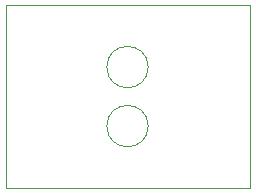
<source format=gbr>
%TF.GenerationSoftware,KiCad,Pcbnew,8.0.6-8.0.6-0~ubuntu22.04.1*%
%TF.CreationDate,2025-01-28T14:04:11+10:30*%
%TF.ProjectId,wetmate,7765746d-6174-4652-9e6b-696361645f70,rev?*%
%TF.SameCoordinates,Original*%
%TF.FileFunction,Profile,NP*%
%FSLAX46Y46*%
G04 Gerber Fmt 4.6, Leading zero omitted, Abs format (unit mm)*
G04 Created by KiCad (PCBNEW 8.0.6-8.0.6-0~ubuntu22.04.1) date 2025-01-28 14:04:11*
%MOMM*%
%LPD*%
G01*
G04 APERTURE LIST*
%TA.AperFunction,Profile*%
%ADD10C,0.050000*%
%TD*%
G04 APERTURE END LIST*
D10*
X116750000Y-70000000D02*
G75*
G02*
X113250000Y-70000000I-1750000J0D01*
G01*
X113250000Y-70000000D02*
G75*
G02*
X116750000Y-70000000I1750000J0D01*
G01*
X104750000Y-64750000D02*
X125350000Y-64750000D01*
X125350000Y-80250000D01*
X104750000Y-80250000D01*
X104750000Y-64750000D01*
X116750000Y-75000000D02*
G75*
G02*
X113250000Y-75000000I-1750000J0D01*
G01*
X113250000Y-75000000D02*
G75*
G02*
X116750000Y-75000000I1750000J0D01*
G01*
M02*

</source>
